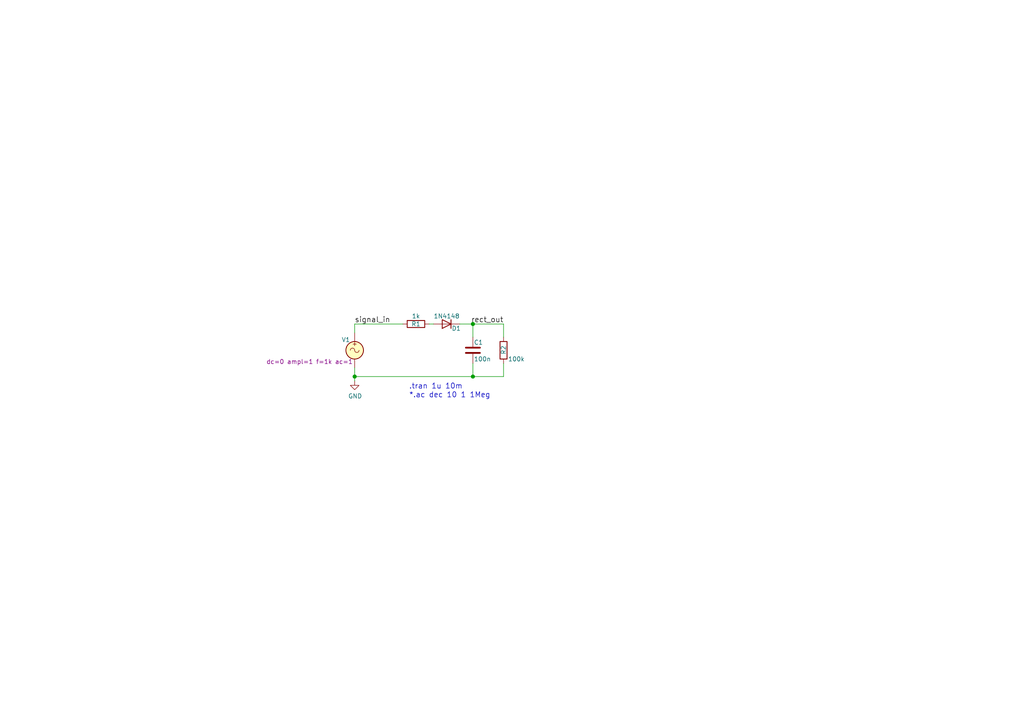
<source format=kicad_sch>
(kicad_sch (version 20250114) (generator "eeschema") (generator_version "9.0")
  (paper "A4")
  (lib_symbols
    (symbol "rectifier_schlib:C" (pin_numbers (hide yes)) (pin_names (offset 0.254))
      (property "Reference" "C" (at 0.635 2.54 0))
      (property "Value" "C" (at 0.635 -2.54 0))
      (symbol "C_0_1"
        (polyline (pts (xy -2.032 0.762) (xy 2.032 0.762)) (stroke (width 0.508)))
        (polyline (pts (xy -2.032 -0.762) (xy 2.032 -0.762)) (stroke (width 0.508)))
      )
      (symbol "C_1_1"
        (pin passive line (at 0 3.81 270) (length 2.794) (name "~") (number "1"))
        (pin passive line (at 0 -3.81 90) (length 2.794) (name "~") (number "2"))
      )
    )
    (symbol "rectifier_schlib:D" (pin_numbers (hide yes)) (pin_names (offset 1.016) (hide yes))
      (property "Reference" "D" (at 0 2.54 0))
      (property "Value" "D" (at 0 -2.54 0))
      (symbol "D_0_1"
        (polyline (pts (xy -1.27 1.27) (xy -1.27 -1.27)) (stroke (width 0.254)))
        (polyline (pts (xy 1.27 1.27) (xy 1.27 -1.27) (xy -1.27 0) (xy 1.27 1.27)) (stroke (width 0.254)))
        (polyline (pts (xy 1.27 0) (xy -1.27 0)))
      )
      (symbol "D_1_1"
        (pin passive line (at -3.81 0 0) (length 2.54) (name "K") (number "1"))
        (pin passive line (at 3.81 0 180) (length 2.54) (name "A") (number "2"))
      )
    )
    (symbol "rectifier_schlib:GND" (power) (pin_names (offset 0))
      (property "Value" "GND" (at 0 -3.1242 0))
      (symbol "GND_0_1"
        (polyline (pts (xy 0 0) (xy 0 -1.27) (xy 1.27 -1.27) (xy 0 -2.54) (xy -1.27 -1.27) (xy 0 -1.27)))
      )
      (symbol "GND_1_1"
        (pin power_in line (at 0 0 270) (length 0) (hide yes) (name "GND") (number "1"))
      )
    )
    (symbol "rectifier_schlib:R" (pin_numbers (hide yes)) (pin_names (offset 0))
      (property "Reference" "R" (at 2.032 0 90))
      (property "Value" "R" (at 0 0 90))
      (symbol "R_0_1"
        (rectangle (start -1.016 -2.54) (end 1.016 2.54) (stroke (width 0.254)))
      )
      (symbol "R_1_1"
        (pin passive line (at 0 3.81 270) (length 1.27) (name "~") (number "1"))
        (pin passive line (at 0 -3.81 90) (length 1.27) (name "~") (number "2"))
      )
    )
    (symbol "rectifier_schlib:VSIN" (pin_numbers (hide yes)) (pin_names (offset 0.0254))
      (property "Reference" "V" (at 2.54 2.54 0))
      (property "Value" "VSIN" (at 2.54 0 0))
      (property "Sim.Params" "dc=0 ampl=1 f=1k ac=1" (at 2.54 -2.54 0))
      (symbol "VSIN_0_0"
        (arc (start -1.27 0) (mid -0.635 0.6323) (end 0 0))
        (arc (start 1.27 0) (mid 0.635 -0.6323) (end 0 0))
        (text "+" (at 0 1.905 0) (effects (font (size 1.27 1.27))))
      )
      (symbol "VSIN_0_1"
        (circle (center 0 0) (radius 2.54) (stroke (width 0.254)) (fill (type background)))
      )
      (symbol "VSIN_1_1"
        (pin passive line (at 0 5.08 270) (length 2.54) (name "~") (number "1"))
        (pin passive line (at 0 -5.08 90) (length 2.54) (name "~") (number "2"))
      )
    )
  )
  (text ".tran 1u 10m\n" (at 118.618 113.03 0) (effects (font (size 1.524 1.524)) (justify left bottom)))
  (text "*.ac dec 10 1 1Meg\n" (at 118.618 115.57 0) (effects (font (size 1.524 1.524)) (justify left bottom)))
  (junction (at 137.16 109.22) (diameter 1.016))
  (junction (at 137.16 93.98) (diameter 1.016))
  (junction (at 102.87 109.22) (diameter 1.016))
  (wire (pts (xy 124.46 93.98) (xy 125.73 93.98)))
  (wire (pts (xy 137.16 97.79) (xy 137.16 93.98)))
  (wire (pts (xy 102.87 109.22) (xy 137.16 109.22)))
  (wire (pts (xy 102.87 93.98) (xy 116.84 93.98)))
  (wire (pts (xy 102.87 96.52) (xy 102.87 93.98)))
  (wire (pts (xy 133.35 93.98) (xy 137.16 93.98)))
  (wire (pts (xy 146.05 109.22) (xy 146.05 105.41)))
  (wire (pts (xy 102.87 109.22) (xy 102.87 106.68)))
  (wire (pts (xy 137.16 93.98) (xy 146.05 93.98)))
  (wire (pts (xy 137.16 109.22) (xy 137.16 105.41)))
  (wire (pts (xy 146.05 93.98) (xy 146.05 97.79)))
  (wire (pts (xy 102.87 110.49) (xy 102.87 109.22)))
  (wire (pts (xy 137.16 109.22) (xy 146.05 109.22)))
  (label "rect_out" (at 146.05 93.98 180) (effects (font (size 1.524 1.524))))
  (label "signal_in" (at 102.87 93.98 0) (effects (font (size 1.524 1.524))))
  (symbol (lib_id "rectifier_schlib:VSIN") (at 102.87 101.6 0) (unit 1)
    (property "Reference" "V1" (at 99.06 98.552 0) (effects (justify left)))
    (property "Value" "${SIM.PARAMS}" (effects (hide yes)))
    (property "Datasheet" "https://ngspice.sourceforge.io/docs/ngspice-html-manual/manual.xhtml#sec_Independent_Sources_for" (effects (hide yes)))
    (property "Description" "Voltage source, sinusoidal" (effects (hide yes)))
    (property "Fieldname" "Value" (effects (hide yes)))
    (property "Sim.Device" "V" (effects (hide yes)))
    (property "Sim.Params" "dc=0 ampl=1 f=1k ac=1" (at 102.362 104.902 0) (effects (justify right)))
    (property "Sim.Pins" "1=+ 2=-" (effects (hide yes)))
    (property "Sim.Type" "SIN" (effects (hide yes)))
  )
  (symbol (lib_id "rectifier_schlib:GND") (at 102.87 110.49 0) (unit 1)
    (property "Reference" "#PWR01" (effects (hide yes)))
    (property "Value" "GND" (at 102.997 114.8842 0))
  )
  (symbol (lib_id "rectifier_schlib:R") (at 120.65 93.98 90) (unit 1)
    (property "Reference" "R1" (at 120.65 93.98 90))
    (property "Value" "1k" (at 120.65 91.694 90))
    (property "Description" "Resistor" (effects (hide yes)))
    (property "Fieldname" "Value" (effects (hide yes)))
    (property "Sim.Pins" "1=1 2=2" (effects (hide yes)))
  )
  (symbol (lib_id "rectifier_schlib:D") (at 129.54 93.98 180) (unit 1)
    (property "Reference" "D1" (at 132.334 95.25 0))
    (property "Value" "1N4148" (at 129.54 91.694 0))
    (property "Description" "Diode" (effects (hide yes)))
    (property "Fieldname" "Value" (effects (hide yes)))
    (property "Sim.Library" "diode.mod" (effects (hide yes)))
    (property "Sim.Name" "1N4148" (effects (hide yes)))
    (property "Sim.Pins" "1=K 2=A" (effects (hide yes)))
    (property "Sim.Device" "D" (effects (hide yes)))
  )
  (symbol (lib_id "rectifier_schlib:C") (at 137.16 101.6 0) (unit 1)
    (property "Reference" "C1" (at 137.414 99.314 0) (effects (justify left)))
    (property "Value" "100n" (at 137.414 104.14 0) (effects (justify left)))
    (property "Description" "Unpolarized capacitor" (effects (hide yes)))
    (property "Fieldname" "Value" (effects (hide yes)))
    (property "Sim.Pins" "1=1 2=2" (effects (hide yes)))
  )
  (symbol (lib_id "rectifier_schlib:R") (at 146.05 101.6 0) (unit 1)
    (property "Reference" "R2" (at 146.05 102.87 90) (effects (justify left)))
    (property "Value" "100k" (at 147.32 104.14 0) (effects (justify left)))
    (property "Description" "Resistor" (effects (hide yes)))
    (property "Fieldname" "Value" (effects (hide yes)))
    (property "Sim.Pins" "1=1 2=2" (effects (hide yes)))
  )
)
</source>
